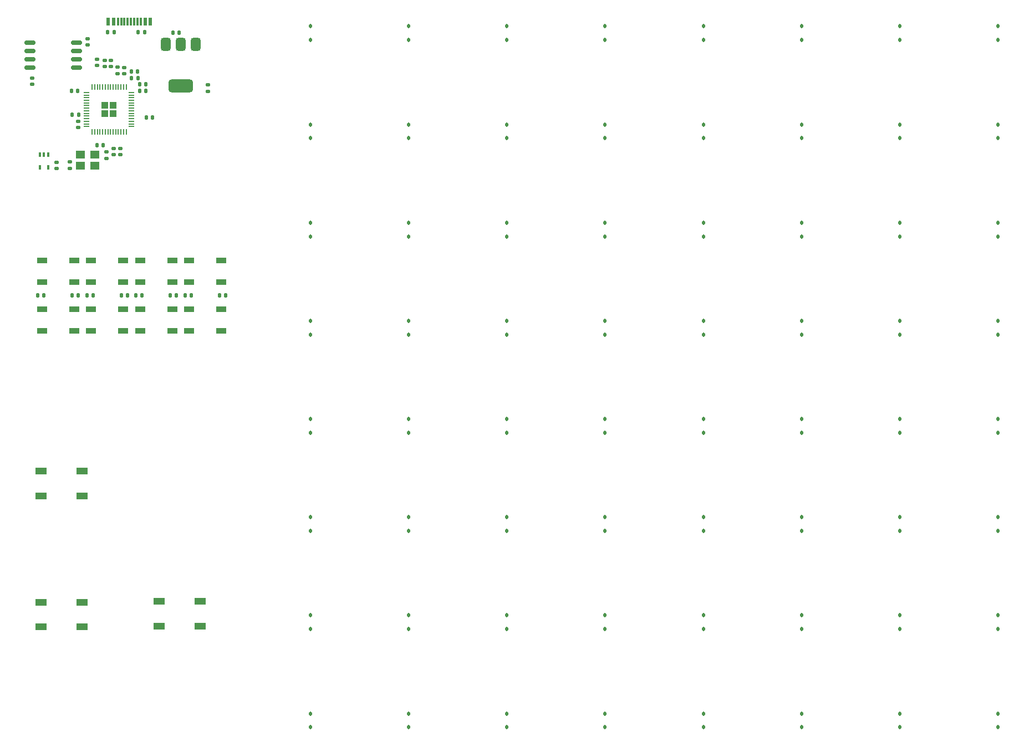
<source format=gbr>
%TF.GenerationSoftware,KiCad,Pcbnew,9.0.1*%
%TF.CreationDate,2025-04-23T11:08:08-04:00*%
%TF.ProjectId,KnH0F,4b6e4830-462e-46b6-9963-61645f706362,rev?*%
%TF.SameCoordinates,Original*%
%TF.FileFunction,Paste,Top*%
%TF.FilePolarity,Positive*%
%FSLAX46Y46*%
G04 Gerber Fmt 4.6, Leading zero omitted, Abs format (unit mm)*
G04 Created by KiCad (PCBNEW 9.0.1) date 2025-04-23 11:08:08*
%MOMM*%
%LPD*%
G01*
G04 APERTURE LIST*
G04 Aperture macros list*
%AMRoundRect*
0 Rectangle with rounded corners*
0 $1 Rounding radius*
0 $2 $3 $4 $5 $6 $7 $8 $9 X,Y pos of 4 corners*
0 Add a 4 corners polygon primitive as box body*
4,1,4,$2,$3,$4,$5,$6,$7,$8,$9,$2,$3,0*
0 Add four circle primitives for the rounded corners*
1,1,$1+$1,$2,$3*
1,1,$1+$1,$4,$5*
1,1,$1+$1,$6,$7*
1,1,$1+$1,$8,$9*
0 Add four rect primitives between the rounded corners*
20,1,$1+$1,$2,$3,$4,$5,0*
20,1,$1+$1,$4,$5,$6,$7,0*
20,1,$1+$1,$6,$7,$8,$9,0*
20,1,$1+$1,$8,$9,$2,$3,0*%
G04 Aperture macros list end*
%ADD10RoundRect,0.112500X0.112500X-0.187500X0.112500X0.187500X-0.112500X0.187500X-0.112500X-0.187500X0*%
%ADD11RoundRect,0.140000X-0.140000X-0.170000X0.140000X-0.170000X0.140000X0.170000X-0.140000X0.170000X0*%
%ADD12RoundRect,0.140000X0.140000X0.170000X-0.140000X0.170000X-0.140000X-0.170000X0.140000X-0.170000X0*%
%ADD13RoundRect,0.250000X-0.292217X-0.292217X0.292217X-0.292217X0.292217X0.292217X-0.292217X0.292217X0*%
%ADD14RoundRect,0.050000X-0.387500X-0.050000X0.387500X-0.050000X0.387500X0.050000X-0.387500X0.050000X0*%
%ADD15RoundRect,0.050000X-0.050000X-0.387500X0.050000X-0.387500X0.050000X0.387500X-0.050000X0.387500X0*%
%ADD16R,1.700000X1.000000*%
%ADD17RoundRect,0.140000X0.170000X-0.140000X0.170000X0.140000X-0.170000X0.140000X-0.170000X-0.140000X0*%
%ADD18RoundRect,0.090000X-0.660000X-0.360000X0.660000X-0.360000X0.660000X0.360000X-0.660000X0.360000X0*%
%ADD19RoundRect,0.140000X-0.170000X0.140000X-0.170000X-0.140000X0.170000X-0.140000X0.170000X0.140000X0*%
%ADD20RoundRect,0.135000X0.135000X0.185000X-0.135000X0.185000X-0.135000X-0.185000X0.135000X-0.185000X0*%
%ADD21RoundRect,0.090000X0.660000X0.360000X-0.660000X0.360000X-0.660000X-0.360000X0.660000X-0.360000X0*%
%ADD22RoundRect,0.135000X-0.185000X0.135000X-0.185000X-0.135000X0.185000X-0.135000X0.185000X0.135000X0*%
%ADD23RoundRect,0.375000X-0.375000X0.625000X-0.375000X-0.625000X0.375000X-0.625000X0.375000X0.625000X0*%
%ADD24RoundRect,0.500000X-1.400000X0.500000X-1.400000X-0.500000X1.400000X-0.500000X1.400000X0.500000X0*%
%ADD25RoundRect,0.135000X-0.135000X-0.185000X0.135000X-0.185000X0.135000X0.185000X-0.135000X0.185000X0*%
%ADD26RoundRect,0.100000X-0.100000X0.225000X-0.100000X-0.225000X0.100000X-0.225000X0.100000X0.225000X0*%
%ADD27R,0.600000X1.160000*%
%ADD28R,0.300000X1.160000*%
%ADD29R,1.400000X1.200000*%
%ADD30RoundRect,0.162500X-0.650000X-0.162500X0.650000X-0.162500X0.650000X0.162500X-0.650000X0.162500X0*%
G04 APERTURE END LIST*
D10*
%TO.C,D42*%
X81550000Y-104677500D03*
X81550000Y-102577500D03*
%TD*%
%TO.C,D62*%
X141550000Y-134677500D03*
X141550000Y-132577500D03*
%TD*%
%TO.C,D26*%
X81550000Y-74677500D03*
X81550000Y-72577500D03*
%TD*%
%TO.C,D10*%
X81550000Y-44677500D03*
X81550000Y-42577500D03*
%TD*%
%TO.C,D63*%
X156550000Y-134677500D03*
X156550000Y-132577500D03*
%TD*%
%TO.C,D7*%
X156550000Y-29677500D03*
X156550000Y-27577500D03*
%TD*%
%TO.C,D48*%
X171550000Y-104677500D03*
X171550000Y-102577500D03*
%TD*%
%TO.C,D27*%
X96550000Y-74677500D03*
X96550000Y-72577500D03*
%TD*%
%TO.C,D6*%
X141550000Y-29677500D03*
X141550000Y-27577500D03*
%TD*%
%TO.C,D1*%
X66550000Y-29677500D03*
X66550000Y-27577500D03*
%TD*%
%TO.C,D32*%
X171550000Y-74677500D03*
X171550000Y-72577500D03*
%TD*%
%TO.C,D17*%
X66550000Y-59677500D03*
X66550000Y-57577500D03*
%TD*%
%TO.C,D14*%
X141550000Y-44677500D03*
X141550000Y-42577500D03*
%TD*%
%TO.C,D40*%
X171550000Y-89677500D03*
X171550000Y-87577500D03*
%TD*%
%TO.C,D25*%
X66550000Y-74677500D03*
X66550000Y-72577500D03*
%TD*%
%TO.C,D47*%
X156550000Y-104677500D03*
X156550000Y-102577500D03*
%TD*%
%TO.C,D2*%
X81550000Y-29677500D03*
X81550000Y-27577500D03*
%TD*%
%TO.C,D64*%
X171550000Y-134677500D03*
X171550000Y-132577500D03*
%TD*%
%TO.C,D29*%
X126550000Y-74677500D03*
X126550000Y-72577500D03*
%TD*%
%TO.C,D3*%
X96550000Y-29677500D03*
X96550000Y-27577500D03*
%TD*%
%TO.C,D50*%
X81550000Y-119677500D03*
X81550000Y-117577500D03*
%TD*%
%TO.C,D51*%
X96550000Y-119677500D03*
X96550000Y-117577500D03*
%TD*%
%TO.C,D22*%
X141550000Y-59677500D03*
X141550000Y-57577500D03*
%TD*%
%TO.C,D58*%
X81550000Y-134677500D03*
X81550000Y-132577500D03*
%TD*%
%TO.C,D36*%
X111550000Y-89677500D03*
X111550000Y-87577500D03*
%TD*%
%TO.C,D5*%
X126550000Y-29677500D03*
X126550000Y-27577500D03*
%TD*%
%TO.C,D15*%
X156550000Y-44677500D03*
X156550000Y-42577500D03*
%TD*%
%TO.C,D30*%
X141550000Y-74677500D03*
X141550000Y-72577500D03*
%TD*%
%TO.C,D23*%
X156550000Y-59677500D03*
X156550000Y-57577500D03*
%TD*%
%TO.C,D21*%
X126550000Y-59677500D03*
X126550000Y-57577500D03*
%TD*%
%TO.C,D45*%
X126550000Y-104677500D03*
X126550000Y-102577500D03*
%TD*%
%TO.C,D13*%
X126550000Y-44677500D03*
X126550000Y-42577500D03*
%TD*%
%TO.C,D52*%
X111550000Y-119677500D03*
X111550000Y-117577500D03*
%TD*%
%TO.C,D43*%
X96550000Y-104677500D03*
X96550000Y-102577500D03*
%TD*%
%TO.C,D55*%
X156550000Y-119677500D03*
X156550000Y-117577500D03*
%TD*%
%TO.C,D44*%
X111550000Y-104677500D03*
X111550000Y-102577500D03*
%TD*%
%TO.C,D49*%
X66550000Y-119677500D03*
X66550000Y-117577500D03*
%TD*%
%TO.C,D9*%
X66550000Y-44677500D03*
X66550000Y-42577500D03*
%TD*%
%TO.C,D20*%
X111550000Y-59677500D03*
X111550000Y-57577500D03*
%TD*%
%TO.C,D56*%
X171550000Y-119677500D03*
X171550000Y-117577500D03*
%TD*%
%TO.C,D31*%
X156550000Y-74677500D03*
X156550000Y-72577500D03*
%TD*%
%TO.C,D33*%
X66550000Y-89677500D03*
X66550000Y-87577500D03*
%TD*%
%TO.C,D11*%
X96550000Y-44677500D03*
X96550000Y-42577500D03*
%TD*%
%TO.C,D16*%
X171550000Y-44677500D03*
X171550000Y-42577500D03*
%TD*%
%TO.C,D12*%
X111550000Y-44677500D03*
X111550000Y-42577500D03*
%TD*%
%TO.C,D4*%
X111550000Y-29677500D03*
X111550000Y-27577500D03*
%TD*%
%TO.C,D41*%
X66550000Y-104677500D03*
X66550000Y-102577500D03*
%TD*%
%TO.C,D8*%
X171550000Y-29677500D03*
X171550000Y-27577500D03*
%TD*%
%TO.C,D34*%
X81550000Y-89677500D03*
X81550000Y-87577500D03*
%TD*%
%TO.C,D37*%
X126550000Y-89677500D03*
X126550000Y-87577500D03*
%TD*%
%TO.C,D59*%
X96550000Y-134677500D03*
X96550000Y-132577500D03*
%TD*%
%TO.C,D60*%
X111550000Y-134677500D03*
X111550000Y-132577500D03*
%TD*%
%TO.C,D39*%
X156550000Y-89677500D03*
X156550000Y-87577500D03*
%TD*%
%TO.C,D19*%
X96550000Y-59677500D03*
X96550000Y-57577500D03*
%TD*%
%TO.C,D28*%
X111550000Y-74677500D03*
X111550000Y-72577500D03*
%TD*%
%TO.C,D53*%
X126550000Y-119677500D03*
X126550000Y-117577500D03*
%TD*%
%TO.C,D35*%
X96550000Y-89677500D03*
X96550000Y-87577500D03*
%TD*%
%TO.C,D18*%
X81550000Y-59677500D03*
X81550000Y-57577500D03*
%TD*%
%TO.C,D54*%
X141550000Y-119677500D03*
X141550000Y-117577500D03*
%TD*%
%TO.C,D57*%
X66550000Y-134677500D03*
X66550000Y-132577500D03*
%TD*%
%TO.C,D46*%
X141550000Y-104677500D03*
X141550000Y-102577500D03*
%TD*%
%TO.C,D61*%
X126550000Y-134677500D03*
X126550000Y-132577500D03*
%TD*%
%TO.C,D38*%
X141550000Y-89677500D03*
X141550000Y-87577500D03*
%TD*%
%TO.C,D24*%
X171550000Y-59677500D03*
X171550000Y-57577500D03*
%TD*%
D11*
%TO.C,C21*%
X39222500Y-35475000D03*
X40182500Y-35475000D03*
%TD*%
D12*
%TO.C,C25*%
X34887746Y-45770000D03*
X33927746Y-45770000D03*
%TD*%
%TO.C,C4*%
X53605000Y-68730000D03*
X52645000Y-68730000D03*
%TD*%
%TO.C,C16*%
X31142500Y-41130000D03*
X30182500Y-41130000D03*
%TD*%
D13*
%TO.C,U3*%
X35170246Y-39652500D03*
X35170246Y-40927500D03*
X36445246Y-39652500D03*
X36445246Y-40927500D03*
D14*
X32370246Y-37690000D03*
X32370246Y-38090000D03*
X32370246Y-38490000D03*
X32370246Y-38890000D03*
X32370246Y-39290000D03*
X32370246Y-39690000D03*
X32370246Y-40090000D03*
X32370246Y-40490000D03*
X32370246Y-40890000D03*
X32370246Y-41290000D03*
X32370246Y-41690000D03*
X32370246Y-42090000D03*
X32370246Y-42490000D03*
X32370246Y-42890000D03*
D15*
X33207746Y-43727500D03*
X33607746Y-43727500D03*
X34007746Y-43727500D03*
X34407746Y-43727500D03*
X34807746Y-43727500D03*
X35207746Y-43727500D03*
X35607746Y-43727500D03*
X36007746Y-43727500D03*
X36407746Y-43727500D03*
X36807746Y-43727500D03*
X37207746Y-43727500D03*
X37607746Y-43727500D03*
X38007746Y-43727500D03*
X38407746Y-43727500D03*
D14*
X39245246Y-42890000D03*
X39245246Y-42490000D03*
X39245246Y-42090000D03*
X39245246Y-41690000D03*
X39245246Y-41290000D03*
X39245246Y-40890000D03*
X39245246Y-40490000D03*
X39245246Y-40090000D03*
X39245246Y-39690000D03*
X39245246Y-39290000D03*
X39245246Y-38890000D03*
X39245246Y-38490000D03*
X39245246Y-38090000D03*
X39245246Y-37690000D03*
D15*
X38407746Y-36852500D03*
X38007746Y-36852500D03*
X37607746Y-36852500D03*
X37207746Y-36852500D03*
X36807746Y-36852500D03*
X36407746Y-36852500D03*
X36007746Y-36852500D03*
X35607746Y-36852500D03*
X35207746Y-36852500D03*
X34807746Y-36852500D03*
X34407746Y-36852500D03*
X34007746Y-36852500D03*
X33607746Y-36852500D03*
X33207746Y-36852500D03*
%TD*%
D12*
%TO.C,C1*%
X31105000Y-68730000D03*
X30145000Y-68730000D03*
%TD*%
D16*
%TO.C,SW65*%
X31710000Y-119360000D03*
X25410000Y-119360000D03*
X31710000Y-115560000D03*
X25410000Y-115560000D03*
%TD*%
D11*
%TO.C,C12*%
X40452500Y-37455000D03*
X41412500Y-37455000D03*
%TD*%
D17*
%TO.C,C9*%
X27810000Y-49320000D03*
X27810000Y-48360000D03*
%TD*%
D11*
%TO.C,C8*%
X47395000Y-68730000D03*
X48355000Y-68730000D03*
%TD*%
D17*
%TO.C,C23*%
X50850000Y-37507500D03*
X50850000Y-36547500D03*
%TD*%
D18*
%TO.C,NP5*%
X25550000Y-70850000D03*
X25550000Y-74150000D03*
X30450000Y-74150000D03*
X30450000Y-70850000D03*
%TD*%
D19*
%TO.C,C24*%
X32482500Y-29450000D03*
X32482500Y-30410000D03*
%TD*%
D11*
%TO.C,C7*%
X39895000Y-68730000D03*
X40855000Y-68730000D03*
%TD*%
D20*
%TO.C,R4*%
X41250000Y-28490000D03*
X40230000Y-28490000D03*
%TD*%
D21*
%TO.C,NP3*%
X45450000Y-66650000D03*
X45450000Y-63350000D03*
X40550000Y-63350000D03*
X40550000Y-66650000D03*
%TD*%
D17*
%TO.C,C26*%
X29830000Y-49280000D03*
X29830000Y-48320000D03*
%TD*%
D22*
%TO.C,R6*%
X35422500Y-46780000D03*
X35422500Y-47800000D03*
%TD*%
D18*
%TO.C,NP6*%
X33050000Y-70850000D03*
X33050000Y-74150000D03*
X37950000Y-74150000D03*
X37950000Y-70850000D03*
%TD*%
D19*
%TO.C,R2*%
X38102500Y-33855000D03*
X38102500Y-34815000D03*
%TD*%
D12*
%TO.C,C2*%
X38605000Y-68730000D03*
X37645000Y-68730000D03*
%TD*%
%TO.C,C15*%
X31012500Y-37430000D03*
X30052500Y-37430000D03*
%TD*%
D11*
%TO.C,C5*%
X24895000Y-68730000D03*
X25855000Y-68730000D03*
%TD*%
%TO.C,C6*%
X32395000Y-68730000D03*
X33355000Y-68730000D03*
%TD*%
D17*
%TO.C,C19*%
X35102500Y-33730000D03*
X35102500Y-32770000D03*
%TD*%
D11*
%TO.C,C13*%
X40454500Y-36467000D03*
X41414500Y-36467000D03*
%TD*%
D17*
%TO.C,C18*%
X36092500Y-33730000D03*
X36092500Y-32770000D03*
%TD*%
D19*
%TO.C,R1*%
X37122500Y-33850000D03*
X37122500Y-34810000D03*
%TD*%
D18*
%TO.C,NP7*%
X40550000Y-70850000D03*
X40550000Y-74150000D03*
X45450000Y-74150000D03*
X45450000Y-70850000D03*
%TD*%
D11*
%TO.C,C20*%
X39212500Y-34475000D03*
X40172500Y-34475000D03*
%TD*%
D23*
%TO.C,U2*%
X49022500Y-30380000D03*
X46722500Y-30380000D03*
D24*
X46722500Y-36680000D03*
D23*
X44422500Y-30380000D03*
%TD*%
D11*
%TO.C,C14*%
X41500000Y-41520000D03*
X42460000Y-41520000D03*
%TD*%
D18*
%TO.C,NP8*%
X48050000Y-70850000D03*
X48050000Y-74150000D03*
X52950000Y-74150000D03*
X52950000Y-70850000D03*
%TD*%
D12*
%TO.C,C3*%
X46105000Y-68730000D03*
X45145000Y-68730000D03*
%TD*%
D19*
%TO.C,C11*%
X37502500Y-46230000D03*
X37502500Y-47190000D03*
%TD*%
D21*
%TO.C,NP2*%
X37950000Y-66650000D03*
X37950000Y-63350000D03*
X33050000Y-63350000D03*
X33050000Y-66650000D03*
%TD*%
D19*
%TO.C,R5*%
X24072500Y-35480000D03*
X24072500Y-36440000D03*
%TD*%
%TO.C,C17*%
X36467746Y-46214000D03*
X36467746Y-47174000D03*
%TD*%
D21*
%TO.C,NP1*%
X30450000Y-66650000D03*
X30450000Y-63350000D03*
X25550000Y-63350000D03*
X25550000Y-66650000D03*
%TD*%
D25*
%TO.C,R3*%
X35590000Y-28490000D03*
X36610000Y-28490000D03*
%TD*%
D16*
%TO.C,SW67*%
X43410000Y-115400000D03*
X49710000Y-115400000D03*
X43410000Y-119200000D03*
X49710000Y-119200000D03*
%TD*%
D26*
%TO.C,U1*%
X26520000Y-47200000D03*
X25870000Y-47200000D03*
X25220000Y-47200000D03*
X25220000Y-49100000D03*
X26520000Y-49100000D03*
%TD*%
D27*
%TO.C,J1*%
X42090000Y-26830000D03*
X41290000Y-26830000D03*
D28*
X40140000Y-26830000D03*
X39140000Y-26830000D03*
X38640000Y-26830000D03*
X37640000Y-26830000D03*
D27*
X36490000Y-26830000D03*
X35690000Y-26830000D03*
X35690000Y-26830000D03*
X36490000Y-26830000D03*
D28*
X37140000Y-26830000D03*
X38140000Y-26830000D03*
X39640000Y-26830000D03*
X40640000Y-26830000D03*
D27*
X41290000Y-26830000D03*
X42090000Y-26830000D03*
%TD*%
D19*
%TO.C,R7*%
X31110000Y-42110000D03*
X31110000Y-43070000D03*
%TD*%
D16*
%TO.C,SW66*%
X31710000Y-99360000D03*
X25410000Y-99360000D03*
X31710000Y-95560000D03*
X25410000Y-95560000D03*
%TD*%
D11*
%TO.C,C22*%
X45547500Y-28560000D03*
X46507500Y-28560000D03*
%TD*%
D29*
%TO.C,Y1*%
X33602500Y-47160000D03*
X31402500Y-47160000D03*
X31402500Y-48860000D03*
X33602500Y-48860000D03*
%TD*%
D17*
%TO.C,C10*%
X33922500Y-33580000D03*
X33922500Y-32620000D03*
%TD*%
D30*
%TO.C,U4*%
X23675000Y-30065000D03*
X23675000Y-31335000D03*
X23675000Y-32605000D03*
X23675000Y-33875000D03*
X30850000Y-33875000D03*
X30850000Y-32605000D03*
X30850000Y-31335000D03*
X30850000Y-30065000D03*
%TD*%
D21*
%TO.C,NP4*%
X52950000Y-66650000D03*
X52950000Y-63350000D03*
X48050000Y-63350000D03*
X48050000Y-66650000D03*
%TD*%
M02*

</source>
